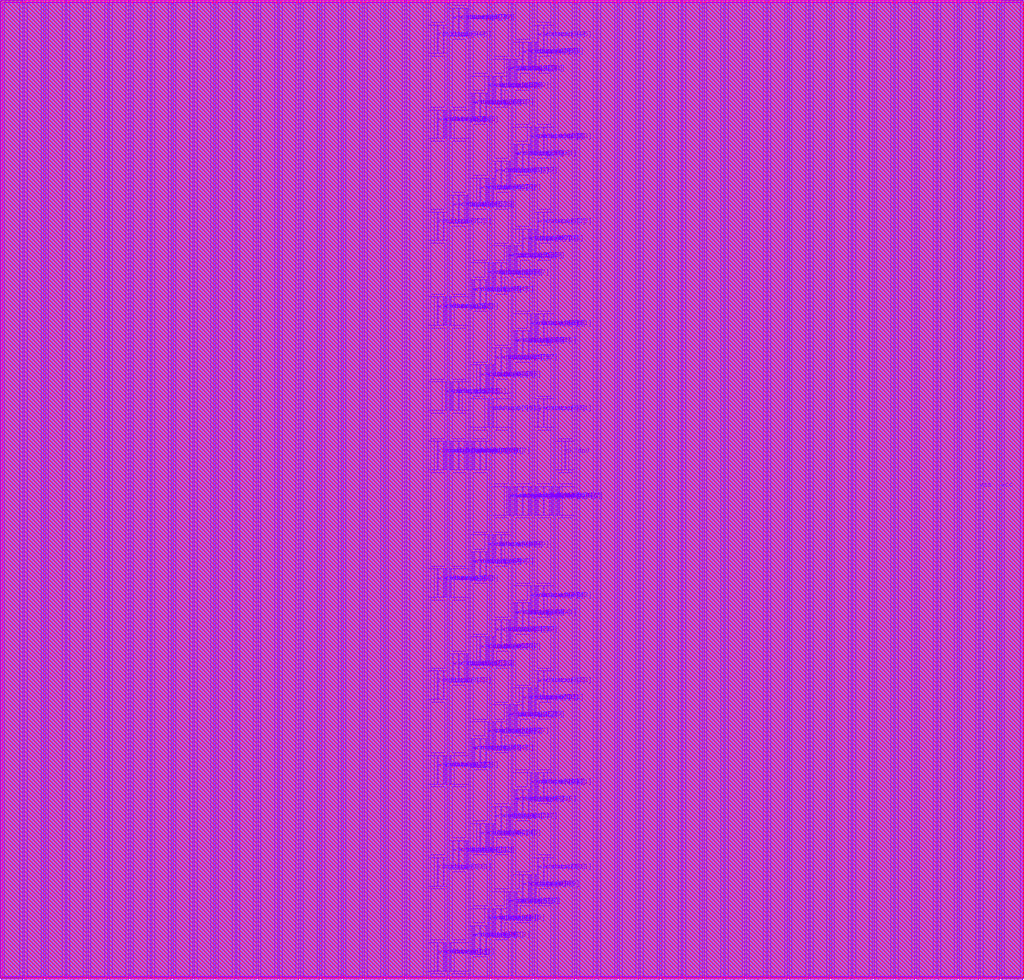
<source format=lef>
VERSION 5.8 ;
BUSBITCHARS "[]" ;
DIVIDERCHAR "/" ;

UNITS
  DATABASE MICRONS 4000 ;
END UNITS

PROPERTYDEFINITIONS
  MACRO hpml_layer STRING ;
  MACRO heml_layer STRING ;
END PROPERTYDEFINITIONS

MACRO arf096b256e1r1w0cbbeheaa4acw
  CLASS BLOCK ;
  FOREIGN arf096b256e1r1w0cbbeheaa4acw ;
  ORIGIN 0 0 ;
  SIZE 43.2 BY 41.28 ;
  PIN ckrdp0
    DIRECTION INPUT ;
    USE SIGNAL ;
    PORT
      LAYER m7 ;
        RECT 23.828 21.48 23.872 22.68 ;
    END
  END ckrdp0
  PIN ckwrp0
    DIRECTION INPUT ;
    USE SIGNAL ;
    PORT
      LAYER m7 ;
        RECT 21.384 19.56 21.428 20.76 ;
    END
  END ckwrp0
  PIN rdaddrp0[0]
    DIRECTION INPUT ;
    USE SIGNAL ;
    PORT
      LAYER m7 ;
        RECT 19.072 21.48 19.116 22.68 ;
    END
  END rdaddrp0[0]
  PIN rdaddrp0[1]
    DIRECTION INPUT ;
    USE SIGNAL ;
    PORT
      LAYER m7 ;
        RECT 19.328 21.48 19.372 22.68 ;
    END
  END rdaddrp0[1]
  PIN rdaddrp0[2]
    DIRECTION INPUT ;
    USE SIGNAL ;
    PORT
      LAYER m7 ;
        RECT 19.584 21.48 19.628 22.68 ;
    END
  END rdaddrp0[2]
  PIN rdaddrp0[3]
    DIRECTION INPUT ;
    USE SIGNAL ;
    PORT
      LAYER m7 ;
        RECT 19.672 21.48 19.716 22.68 ;
    END
  END rdaddrp0[3]
  PIN rdaddrp0[4]
    DIRECTION INPUT ;
    USE SIGNAL ;
    PORT
      LAYER m7 ;
        RECT 19.884 21.48 19.928 22.68 ;
    END
  END rdaddrp0[4]
  PIN rdaddrp0[5]
    DIRECTION INPUT ;
    USE SIGNAL ;
    PORT
      LAYER m7 ;
        RECT 19.972 21.48 20.016 22.68 ;
    END
  END rdaddrp0[5]
  PIN rdaddrp0[6]
    DIRECTION INPUT ;
    USE SIGNAL ;
    PORT
      LAYER m7 ;
        RECT 20.228 21.48 20.272 22.68 ;
    END
  END rdaddrp0[6]
  PIN rdaddrp0[7]
    DIRECTION INPUT ;
    USE SIGNAL ;
    PORT
      LAYER m7 ;
        RECT 20.484 21.48 20.528 22.68 ;
    END
  END rdaddrp0[7]
  PIN rdaddrp0_fd
    DIRECTION INPUT ;
    USE SIGNAL ;
    PORT
      LAYER m7 ;
        RECT 18.428 21.48 18.472 22.68 ;
    END
  END rdaddrp0_fd
  PIN rdaddrp0_rd
    DIRECTION INPUT ;
    USE SIGNAL ;
    PORT
      LAYER m7 ;
        RECT 18.684 21.48 18.728 22.68 ;
    END
  END rdaddrp0_rd
  PIN rdenp0
    DIRECTION INPUT ;
    USE SIGNAL ;
    PORT
      LAYER m7 ;
        RECT 18.772 21.48 18.816 22.68 ;
    END
  END rdenp0
  PIN sdl_initp0
    DIRECTION INPUT ;
    USE SIGNAL ;
    PORT
      LAYER m7 ;
        RECT 18.984 21.48 19.028 22.68 ;
    END
  END sdl_initp0
  PIN wraddrp0[0]
    DIRECTION INPUT ;
    USE SIGNAL ;
    PORT
      LAYER m7 ;
        RECT 22.372 19.56 22.416 20.76 ;
    END
  END wraddrp0[0]
  PIN wraddrp0[1]
    DIRECTION INPUT ;
    USE SIGNAL ;
    PORT
      LAYER m7 ;
        RECT 22.584 19.56 22.628 20.76 ;
    END
  END wraddrp0[1]
  PIN wraddrp0[2]
    DIRECTION INPUT ;
    USE SIGNAL ;
    PORT
      LAYER m7 ;
        RECT 22.672 19.56 22.716 20.76 ;
    END
  END wraddrp0[2]
  PIN wraddrp0[3]
    DIRECTION INPUT ;
    USE SIGNAL ;
    PORT
      LAYER m7 ;
        RECT 22.928 19.56 22.972 20.76 ;
    END
  END wraddrp0[3]
  PIN wraddrp0[4]
    DIRECTION INPUT ;
    USE SIGNAL ;
    PORT
      LAYER m7 ;
        RECT 23.184 19.56 23.228 20.76 ;
    END
  END wraddrp0[4]
  PIN wraddrp0[5]
    DIRECTION INPUT ;
    USE SIGNAL ;
    PORT
      LAYER m7 ;
        RECT 23.272 19.56 23.316 20.76 ;
    END
  END wraddrp0[5]
  PIN wraddrp0[6]
    DIRECTION INPUT ;
    USE SIGNAL ;
    PORT
      LAYER m7 ;
        RECT 23.484 19.56 23.528 20.76 ;
    END
  END wraddrp0[6]
  PIN wraddrp0[7]
    DIRECTION INPUT ;
    USE SIGNAL ;
    PORT
      LAYER m7 ;
        RECT 23.572 19.56 23.616 20.76 ;
    END
  END wraddrp0[7]
  PIN wraddrp0_fd
    DIRECTION INPUT ;
    USE SIGNAL ;
    PORT
      LAYER m7 ;
        RECT 21.472 19.56 21.516 20.76 ;
    END
  END wraddrp0_fd
  PIN wraddrp0_rd
    DIRECTION INPUT ;
    USE SIGNAL ;
    PORT
      LAYER m7 ;
        RECT 21.684 19.56 21.728 20.76 ;
    END
  END wraddrp0_rd
  PIN wrdatap0[0]
    DIRECTION INPUT ;
    USE SIGNAL ;
    PORT
      LAYER m7 ;
        RECT 18.428 0.24 18.472 1.44 ;
    END
  END wrdatap0[0]
  PIN wrdatap0[10]
    DIRECTION INPUT ;
    USE SIGNAL ;
    PORT
      LAYER m7 ;
        RECT 22.672 3.84 22.716 5.04 ;
    END
  END wrdatap0[10]
  PIN wrdatap0[11]
    DIRECTION INPUT ;
    USE SIGNAL ;
    PORT
      LAYER m7 ;
        RECT 22.928 3.84 22.972 5.04 ;
    END
  END wrdatap0[11]
  PIN wrdatap0[12]
    DIRECTION INPUT ;
    USE SIGNAL ;
    PORT
      LAYER m7 ;
        RECT 19.072 4.56 19.116 5.76 ;
    END
  END wrdatap0[12]
  PIN wrdatap0[13]
    DIRECTION INPUT ;
    USE SIGNAL ;
    PORT
      LAYER m7 ;
        RECT 19.328 4.56 19.372 5.76 ;
    END
  END wrdatap0[13]
  PIN wrdatap0[14]
    DIRECTION INPUT ;
    USE SIGNAL ;
    PORT
      LAYER m7 ;
        RECT 20.228 5.28 20.272 6.48 ;
    END
  END wrdatap0[14]
  PIN wrdatap0[15]
    DIRECTION INPUT ;
    USE SIGNAL ;
    PORT
      LAYER m7 ;
        RECT 20.484 5.28 20.528 6.48 ;
    END
  END wrdatap0[15]
  PIN wrdatap0[16]
    DIRECTION INPUT ;
    USE SIGNAL ;
    PORT
      LAYER m7 ;
        RECT 20.872 6 20.916 7.2 ;
    END
  END wrdatap0[16]
  PIN wrdatap0[17]
    DIRECTION INPUT ;
    USE SIGNAL ;
    PORT
      LAYER m7 ;
        RECT 21.128 6 21.172 7.2 ;
    END
  END wrdatap0[17]
  PIN wrdatap0[18]
    DIRECTION INPUT ;
    USE SIGNAL ;
    PORT
      LAYER m7 ;
        RECT 21.684 6.72 21.728 7.92 ;
    END
  END wrdatap0[18]
  PIN wrdatap0[19]
    DIRECTION INPUT ;
    USE SIGNAL ;
    PORT
      LAYER m7 ;
        RECT 21.772 6.72 21.816 7.92 ;
    END
  END wrdatap0[19]
  PIN wrdatap0[1]
    DIRECTION INPUT ;
    USE SIGNAL ;
    PORT
      LAYER m7 ;
        RECT 18.684 0.24 18.728 1.44 ;
    END
  END wrdatap0[1]
  PIN wrdatap0[20]
    DIRECTION INPUT ;
    USE SIGNAL ;
    PORT
      LAYER m7 ;
        RECT 22.372 7.44 22.416 8.64 ;
    END
  END wrdatap0[20]
  PIN wrdatap0[21]
    DIRECTION INPUT ;
    USE SIGNAL ;
    PORT
      LAYER m7 ;
        RECT 22.584 7.44 22.628 8.64 ;
    END
  END wrdatap0[21]
  PIN wrdatap0[22]
    DIRECTION INPUT ;
    USE SIGNAL ;
    PORT
      LAYER m7 ;
        RECT 18.428 8.16 18.472 9.36 ;
    END
  END wrdatap0[22]
  PIN wrdatap0[23]
    DIRECTION INPUT ;
    USE SIGNAL ;
    PORT
      LAYER m7 ;
        RECT 18.684 8.16 18.728 9.36 ;
    END
  END wrdatap0[23]
  PIN wrdatap0[24]
    DIRECTION INPUT ;
    USE SIGNAL ;
    PORT
      LAYER m7 ;
        RECT 19.884 8.88 19.928 10.08 ;
    END
  END wrdatap0[24]
  PIN wrdatap0[25]
    DIRECTION INPUT ;
    USE SIGNAL ;
    PORT
      LAYER m7 ;
        RECT 19.972 8.88 20.016 10.08 ;
    END
  END wrdatap0[25]
  PIN wrdatap0[26]
    DIRECTION INPUT ;
    USE SIGNAL ;
    PORT
      LAYER m7 ;
        RECT 20.572 9.6 20.616 10.8 ;
    END
  END wrdatap0[26]
  PIN wrdatap0[27]
    DIRECTION INPUT ;
    USE SIGNAL ;
    PORT
      LAYER m7 ;
        RECT 20.784 9.6 20.828 10.8 ;
    END
  END wrdatap0[27]
  PIN wrdatap0[28]
    DIRECTION INPUT ;
    USE SIGNAL ;
    PORT
      LAYER m7 ;
        RECT 21.384 10.32 21.428 11.52 ;
    END
  END wrdatap0[28]
  PIN wrdatap0[29]
    DIRECTION INPUT ;
    USE SIGNAL ;
    PORT
      LAYER m7 ;
        RECT 21.472 10.32 21.516 11.52 ;
    END
  END wrdatap0[29]
  PIN wrdatap0[2]
    DIRECTION INPUT ;
    USE SIGNAL ;
    PORT
      LAYER m7 ;
        RECT 19.884 0.96 19.928 2.16 ;
    END
  END wrdatap0[2]
  PIN wrdatap0[30]
    DIRECTION INPUT ;
    USE SIGNAL ;
    PORT
      LAYER m7 ;
        RECT 22.028 11.04 22.072 12.24 ;
    END
  END wrdatap0[30]
  PIN wrdatap0[31]
    DIRECTION INPUT ;
    USE SIGNAL ;
    PORT
      LAYER m7 ;
        RECT 22.284 11.04 22.328 12.24 ;
    END
  END wrdatap0[31]
  PIN wrdatap0[32]
    DIRECTION INPUT ;
    USE SIGNAL ;
    PORT
      LAYER m7 ;
        RECT 22.672 11.76 22.716 12.96 ;
    END
  END wrdatap0[32]
  PIN wrdatap0[33]
    DIRECTION INPUT ;
    USE SIGNAL ;
    PORT
      LAYER m7 ;
        RECT 22.928 11.76 22.972 12.96 ;
    END
  END wrdatap0[33]
  PIN wrdatap0[34]
    DIRECTION INPUT ;
    USE SIGNAL ;
    PORT
      LAYER m7 ;
        RECT 19.072 12.48 19.116 13.68 ;
    END
  END wrdatap0[34]
  PIN wrdatap0[35]
    DIRECTION INPUT ;
    USE SIGNAL ;
    PORT
      LAYER m7 ;
        RECT 19.328 12.48 19.372 13.68 ;
    END
  END wrdatap0[35]
  PIN wrdatap0[36]
    DIRECTION INPUT ;
    USE SIGNAL ;
    PORT
      LAYER m7 ;
        RECT 20.228 13.2 20.272 14.4 ;
    END
  END wrdatap0[36]
  PIN wrdatap0[37]
    DIRECTION INPUT ;
    USE SIGNAL ;
    PORT
      LAYER m7 ;
        RECT 20.484 13.2 20.528 14.4 ;
    END
  END wrdatap0[37]
  PIN wrdatap0[38]
    DIRECTION INPUT ;
    USE SIGNAL ;
    PORT
      LAYER m7 ;
        RECT 20.872 13.92 20.916 15.12 ;
    END
  END wrdatap0[38]
  PIN wrdatap0[39]
    DIRECTION INPUT ;
    USE SIGNAL ;
    PORT
      LAYER m7 ;
        RECT 21.128 13.92 21.172 15.12 ;
    END
  END wrdatap0[39]
  PIN wrdatap0[3]
    DIRECTION INPUT ;
    USE SIGNAL ;
    PORT
      LAYER m7 ;
        RECT 19.972 0.96 20.016 2.16 ;
    END
  END wrdatap0[3]
  PIN wrdatap0[40]
    DIRECTION INPUT ;
    USE SIGNAL ;
    PORT
      LAYER m7 ;
        RECT 21.684 14.64 21.728 15.84 ;
    END
  END wrdatap0[40]
  PIN wrdatap0[41]
    DIRECTION INPUT ;
    USE SIGNAL ;
    PORT
      LAYER m7 ;
        RECT 21.772 14.64 21.816 15.84 ;
    END
  END wrdatap0[41]
  PIN wrdatap0[42]
    DIRECTION INPUT ;
    USE SIGNAL ;
    PORT
      LAYER m7 ;
        RECT 22.372 15.36 22.416 16.56 ;
    END
  END wrdatap0[42]
  PIN wrdatap0[43]
    DIRECTION INPUT ;
    USE SIGNAL ;
    PORT
      LAYER m7 ;
        RECT 22.584 15.36 22.628 16.56 ;
    END
  END wrdatap0[43]
  PIN wrdatap0[44]
    DIRECTION INPUT ;
    USE SIGNAL ;
    PORT
      LAYER m7 ;
        RECT 18.428 16.08 18.472 17.28 ;
    END
  END wrdatap0[44]
  PIN wrdatap0[45]
    DIRECTION INPUT ;
    USE SIGNAL ;
    PORT
      LAYER m7 ;
        RECT 18.684 16.08 18.728 17.28 ;
    END
  END wrdatap0[45]
  PIN wrdatap0[46]
    DIRECTION INPUT ;
    USE SIGNAL ;
    PORT
      LAYER m7 ;
        RECT 19.884 16.8 19.928 18 ;
    END
  END wrdatap0[46]
  PIN wrdatap0[47]
    DIRECTION INPUT ;
    USE SIGNAL ;
    PORT
      LAYER m7 ;
        RECT 19.972 16.8 20.016 18 ;
    END
  END wrdatap0[47]
  PIN wrdatap0[48]
    DIRECTION INPUT ;
    USE SIGNAL ;
    PORT
      LAYER m7 ;
        RECT 20.572 17.52 20.616 18.72 ;
    END
  END wrdatap0[48]
  PIN wrdatap0[49]
    DIRECTION INPUT ;
    USE SIGNAL ;
    PORT
      LAYER m7 ;
        RECT 20.784 17.52 20.828 18.72 ;
    END
  END wrdatap0[49]
  PIN wrdatap0[4]
    DIRECTION INPUT ;
    USE SIGNAL ;
    PORT
      LAYER m7 ;
        RECT 20.572 1.68 20.616 2.88 ;
    END
  END wrdatap0[4]
  PIN wrdatap0[50]
    DIRECTION INPUT ;
    USE SIGNAL ;
    PORT
      LAYER m7 ;
        RECT 22.672 23.28 22.716 24.48 ;
    END
  END wrdatap0[50]
  PIN wrdatap0[51]
    DIRECTION INPUT ;
    USE SIGNAL ;
    PORT
      LAYER m7 ;
        RECT 22.928 23.28 22.972 24.48 ;
    END
  END wrdatap0[51]
  PIN wrdatap0[52]
    DIRECTION INPUT ;
    USE SIGNAL ;
    PORT
      LAYER m7 ;
        RECT 18.772 24 18.816 25.2 ;
    END
  END wrdatap0[52]
  PIN wrdatap0[53]
    DIRECTION INPUT ;
    USE SIGNAL ;
    PORT
      LAYER m7 ;
        RECT 18.984 24 19.028 25.2 ;
    END
  END wrdatap0[53]
  PIN wrdatap0[54]
    DIRECTION INPUT ;
    USE SIGNAL ;
    PORT
      LAYER m7 ;
        RECT 20.228 24.72 20.272 25.92 ;
    END
  END wrdatap0[54]
  PIN wrdatap0[55]
    DIRECTION INPUT ;
    USE SIGNAL ;
    PORT
      LAYER m7 ;
        RECT 20.484 24.72 20.528 25.92 ;
    END
  END wrdatap0[55]
  PIN wrdatap0[56]
    DIRECTION INPUT ;
    USE SIGNAL ;
    PORT
      LAYER m7 ;
        RECT 20.872 25.44 20.916 26.64 ;
    END
  END wrdatap0[56]
  PIN wrdatap0[57]
    DIRECTION INPUT ;
    USE SIGNAL ;
    PORT
      LAYER m7 ;
        RECT 21.128 25.44 21.172 26.64 ;
    END
  END wrdatap0[57]
  PIN wrdatap0[58]
    DIRECTION INPUT ;
    USE SIGNAL ;
    PORT
      LAYER m7 ;
        RECT 21.684 26.16 21.728 27.36 ;
    END
  END wrdatap0[58]
  PIN wrdatap0[59]
    DIRECTION INPUT ;
    USE SIGNAL ;
    PORT
      LAYER m7 ;
        RECT 21.772 26.16 21.816 27.36 ;
    END
  END wrdatap0[59]
  PIN wrdatap0[5]
    DIRECTION INPUT ;
    USE SIGNAL ;
    PORT
      LAYER m7 ;
        RECT 20.784 1.68 20.828 2.88 ;
    END
  END wrdatap0[5]
  PIN wrdatap0[60]
    DIRECTION INPUT ;
    USE SIGNAL ;
    PORT
      LAYER m7 ;
        RECT 22.372 26.88 22.416 28.08 ;
    END
  END wrdatap0[60]
  PIN wrdatap0[61]
    DIRECTION INPUT ;
    USE SIGNAL ;
    PORT
      LAYER m7 ;
        RECT 22.584 26.88 22.628 28.08 ;
    END
  END wrdatap0[61]
  PIN wrdatap0[62]
    DIRECTION INPUT ;
    USE SIGNAL ;
    PORT
      LAYER m7 ;
        RECT 18.428 27.6 18.472 28.8 ;
    END
  END wrdatap0[62]
  PIN wrdatap0[63]
    DIRECTION INPUT ;
    USE SIGNAL ;
    PORT
      LAYER m7 ;
        RECT 18.684 27.6 18.728 28.8 ;
    END
  END wrdatap0[63]
  PIN wrdatap0[64]
    DIRECTION INPUT ;
    USE SIGNAL ;
    PORT
      LAYER m7 ;
        RECT 19.884 28.32 19.928 29.52 ;
    END
  END wrdatap0[64]
  PIN wrdatap0[65]
    DIRECTION INPUT ;
    USE SIGNAL ;
    PORT
      LAYER m7 ;
        RECT 19.972 28.32 20.016 29.52 ;
    END
  END wrdatap0[65]
  PIN wrdatap0[66]
    DIRECTION INPUT ;
    USE SIGNAL ;
    PORT
      LAYER m7 ;
        RECT 20.572 29.04 20.616 30.24 ;
    END
  END wrdatap0[66]
  PIN wrdatap0[67]
    DIRECTION INPUT ;
    USE SIGNAL ;
    PORT
      LAYER m7 ;
        RECT 20.784 29.04 20.828 30.24 ;
    END
  END wrdatap0[67]
  PIN wrdatap0[68]
    DIRECTION INPUT ;
    USE SIGNAL ;
    PORT
      LAYER m7 ;
        RECT 21.384 29.76 21.428 30.96 ;
    END
  END wrdatap0[68]
  PIN wrdatap0[69]
    DIRECTION INPUT ;
    USE SIGNAL ;
    PORT
      LAYER m7 ;
        RECT 21.472 29.76 21.516 30.96 ;
    END
  END wrdatap0[69]
  PIN wrdatap0[6]
    DIRECTION INPUT ;
    USE SIGNAL ;
    PORT
      LAYER m7 ;
        RECT 21.384 2.4 21.428 3.6 ;
    END
  END wrdatap0[6]
  PIN wrdatap0[70]
    DIRECTION INPUT ;
    USE SIGNAL ;
    PORT
      LAYER m7 ;
        RECT 22.028 30.48 22.072 31.68 ;
    END
  END wrdatap0[70]
  PIN wrdatap0[71]
    DIRECTION INPUT ;
    USE SIGNAL ;
    PORT
      LAYER m7 ;
        RECT 22.284 30.48 22.328 31.68 ;
    END
  END wrdatap0[71]
  PIN wrdatap0[72]
    DIRECTION INPUT ;
    USE SIGNAL ;
    PORT
      LAYER m7 ;
        RECT 22.672 31.2 22.716 32.4 ;
    END
  END wrdatap0[72]
  PIN wrdatap0[73]
    DIRECTION INPUT ;
    USE SIGNAL ;
    PORT
      LAYER m7 ;
        RECT 22.928 31.2 22.972 32.4 ;
    END
  END wrdatap0[73]
  PIN wrdatap0[74]
    DIRECTION INPUT ;
    USE SIGNAL ;
    PORT
      LAYER m7 ;
        RECT 19.072 31.92 19.116 33.12 ;
    END
  END wrdatap0[74]
  PIN wrdatap0[75]
    DIRECTION INPUT ;
    USE SIGNAL ;
    PORT
      LAYER m7 ;
        RECT 19.328 31.92 19.372 33.12 ;
    END
  END wrdatap0[75]
  PIN wrdatap0[76]
    DIRECTION INPUT ;
    USE SIGNAL ;
    PORT
      LAYER m7 ;
        RECT 20.228 32.64 20.272 33.84 ;
    END
  END wrdatap0[76]
  PIN wrdatap0[77]
    DIRECTION INPUT ;
    USE SIGNAL ;
    PORT
      LAYER m7 ;
        RECT 20.484 32.64 20.528 33.84 ;
    END
  END wrdatap0[77]
  PIN wrdatap0[78]
    DIRECTION INPUT ;
    USE SIGNAL ;
    PORT
      LAYER m7 ;
        RECT 20.872 33.36 20.916 34.56 ;
    END
  END wrdatap0[78]
  PIN wrdatap0[79]
    DIRECTION INPUT ;
    USE SIGNAL ;
    PORT
      LAYER m7 ;
        RECT 21.128 33.36 21.172 34.56 ;
    END
  END wrdatap0[79]
  PIN wrdatap0[7]
    DIRECTION INPUT ;
    USE SIGNAL ;
    PORT
      LAYER m7 ;
        RECT 21.472 2.4 21.516 3.6 ;
    END
  END wrdatap0[7]
  PIN wrdatap0[80]
    DIRECTION INPUT ;
    USE SIGNAL ;
    PORT
      LAYER m7 ;
        RECT 21.684 34.08 21.728 35.28 ;
    END
  END wrdatap0[80]
  PIN wrdatap0[81]
    DIRECTION INPUT ;
    USE SIGNAL ;
    PORT
      LAYER m7 ;
        RECT 21.772 34.08 21.816 35.28 ;
    END
  END wrdatap0[81]
  PIN wrdatap0[82]
    DIRECTION INPUT ;
    USE SIGNAL ;
    PORT
      LAYER m7 ;
        RECT 22.372 34.8 22.416 36 ;
    END
  END wrdatap0[82]
  PIN wrdatap0[83]
    DIRECTION INPUT ;
    USE SIGNAL ;
    PORT
      LAYER m7 ;
        RECT 22.584 34.8 22.628 36 ;
    END
  END wrdatap0[83]
  PIN wrdatap0[84]
    DIRECTION INPUT ;
    USE SIGNAL ;
    PORT
      LAYER m7 ;
        RECT 18.428 35.52 18.472 36.72 ;
    END
  END wrdatap0[84]
  PIN wrdatap0[85]
    DIRECTION INPUT ;
    USE SIGNAL ;
    PORT
      LAYER m7 ;
        RECT 18.684 35.52 18.728 36.72 ;
    END
  END wrdatap0[85]
  PIN wrdatap0[86]
    DIRECTION INPUT ;
    USE SIGNAL ;
    PORT
      LAYER m7 ;
        RECT 19.884 36.24 19.928 37.44 ;
    END
  END wrdatap0[86]
  PIN wrdatap0[87]
    DIRECTION INPUT ;
    USE SIGNAL ;
    PORT
      LAYER m7 ;
        RECT 19.972 36.24 20.016 37.44 ;
    END
  END wrdatap0[87]
  PIN wrdatap0[88]
    DIRECTION INPUT ;
    USE SIGNAL ;
    PORT
      LAYER m7 ;
        RECT 20.572 36.96 20.616 38.16 ;
    END
  END wrdatap0[88]
  PIN wrdatap0[89]
    DIRECTION INPUT ;
    USE SIGNAL ;
    PORT
      LAYER m7 ;
        RECT 20.784 36.96 20.828 38.16 ;
    END
  END wrdatap0[89]
  PIN wrdatap0[8]
    DIRECTION INPUT ;
    USE SIGNAL ;
    PORT
      LAYER m7 ;
        RECT 22.028 3.12 22.072 4.32 ;
    END
  END wrdatap0[8]
  PIN wrdatap0[90]
    DIRECTION INPUT ;
    USE SIGNAL ;
    PORT
      LAYER m7 ;
        RECT 21.384 37.68 21.428 38.88 ;
    END
  END wrdatap0[90]
  PIN wrdatap0[91]
    DIRECTION INPUT ;
    USE SIGNAL ;
    PORT
      LAYER m7 ;
        RECT 21.472 37.68 21.516 38.88 ;
    END
  END wrdatap0[91]
  PIN wrdatap0[92]
    DIRECTION INPUT ;
    USE SIGNAL ;
    PORT
      LAYER m7 ;
        RECT 22.028 38.4 22.072 39.6 ;
    END
  END wrdatap0[92]
  PIN wrdatap0[93]
    DIRECTION INPUT ;
    USE SIGNAL ;
    PORT
      LAYER m7 ;
        RECT 22.284 38.4 22.328 39.6 ;
    END
  END wrdatap0[93]
  PIN wrdatap0[94]
    DIRECTION INPUT ;
    USE SIGNAL ;
    PORT
      LAYER m7 ;
        RECT 22.672 39.12 22.716 40.32 ;
    END
  END wrdatap0[94]
  PIN wrdatap0[95]
    DIRECTION INPUT ;
    USE SIGNAL ;
    PORT
      LAYER m7 ;
        RECT 22.928 39.12 22.972 40.32 ;
    END
  END wrdatap0[95]
  PIN wrdatap0[96]
    DIRECTION INPUT ;
    USE SIGNAL ;
    PORT
      LAYER m7 ;
        RECT 19.072 39.84 19.116 41.04 ;
    END
  END wrdatap0[96]
  PIN wrdatap0[97]
    DIRECTION INPUT ;
    USE SIGNAL ;
    PORT
      LAYER m7 ;
        RECT 19.328 39.84 19.372 41.04 ;
    END
  END wrdatap0[97]
  PIN wrdatap0[9]
    DIRECTION INPUT ;
    USE SIGNAL ;
    PORT
      LAYER m7 ;
        RECT 22.284 3.12 22.328 4.32 ;
    END
  END wrdatap0[9]
  PIN wrdatap0_fd
    DIRECTION INPUT ;
    USE SIGNAL ;
    PORT
      LAYER m7 ;
        RECT 22.028 19.56 22.072 20.76 ;
    END
  END wrdatap0_fd
  PIN wrdatap0_rd
    DIRECTION INPUT ;
    USE SIGNAL ;
    PORT
      LAYER m7 ;
        RECT 22.284 19.56 22.328 20.76 ;
    END
  END wrdatap0_rd
  PIN wrenp0
    DIRECTION INPUT ;
    USE SIGNAL ;
    PORT
      LAYER m7 ;
        RECT 21.772 19.56 21.816 20.76 ;
    END
  END wrenp0
  PIN rddatap0[0]
    DIRECTION OUTPUT ;
    USE SIGNAL ;
    PORT
      LAYER m7 ;
        RECT 18.772 0.24 18.816 1.44 ;
    END
  END rddatap0[0]
  PIN rddatap0[10]
    DIRECTION OUTPUT ;
    USE SIGNAL ;
    PORT
      LAYER m7 ;
        RECT 18.428 3.84 18.472 5.04 ;
    END
  END rddatap0[10]
  PIN rddatap0[11]
    DIRECTION OUTPUT ;
    USE SIGNAL ;
    PORT
      LAYER m7 ;
        RECT 18.684 3.84 18.728 5.04 ;
    END
  END rddatap0[11]
  PIN rddatap0[12]
    DIRECTION OUTPUT ;
    USE SIGNAL ;
    PORT
      LAYER m7 ;
        RECT 19.584 4.56 19.628 5.76 ;
    END
  END rddatap0[12]
  PIN rddatap0[13]
    DIRECTION OUTPUT ;
    USE SIGNAL ;
    PORT
      LAYER m7 ;
        RECT 19.672 4.56 19.716 5.76 ;
    END
  END rddatap0[13]
  PIN rddatap0[14]
    DIRECTION OUTPUT ;
    USE SIGNAL ;
    PORT
      LAYER m7 ;
        RECT 20.572 5.28 20.616 6.48 ;
    END
  END rddatap0[14]
  PIN rddatap0[15]
    DIRECTION OUTPUT ;
    USE SIGNAL ;
    PORT
      LAYER m7 ;
        RECT 20.784 5.28 20.828 6.48 ;
    END
  END rddatap0[15]
  PIN rddatap0[16]
    DIRECTION OUTPUT ;
    USE SIGNAL ;
    PORT
      LAYER m7 ;
        RECT 21.384 6 21.428 7.2 ;
    END
  END rddatap0[16]
  PIN rddatap0[17]
    DIRECTION OUTPUT ;
    USE SIGNAL ;
    PORT
      LAYER m7 ;
        RECT 21.472 6 21.516 7.2 ;
    END
  END rddatap0[17]
  PIN rddatap0[18]
    DIRECTION OUTPUT ;
    USE SIGNAL ;
    PORT
      LAYER m7 ;
        RECT 22.028 6.72 22.072 7.92 ;
    END
  END rddatap0[18]
  PIN rddatap0[19]
    DIRECTION OUTPUT ;
    USE SIGNAL ;
    PORT
      LAYER m7 ;
        RECT 22.284 6.72 22.328 7.92 ;
    END
  END rddatap0[19]
  PIN rddatap0[1]
    DIRECTION OUTPUT ;
    USE SIGNAL ;
    PORT
      LAYER m7 ;
        RECT 18.984 0.24 19.028 1.44 ;
    END
  END rddatap0[1]
  PIN rddatap0[20]
    DIRECTION OUTPUT ;
    USE SIGNAL ;
    PORT
      LAYER m7 ;
        RECT 22.672 7.44 22.716 8.64 ;
    END
  END rddatap0[20]
  PIN rddatap0[21]
    DIRECTION OUTPUT ;
    USE SIGNAL ;
    PORT
      LAYER m7 ;
        RECT 22.928 7.44 22.972 8.64 ;
    END
  END rddatap0[21]
  PIN rddatap0[22]
    DIRECTION OUTPUT ;
    USE SIGNAL ;
    PORT
      LAYER m7 ;
        RECT 18.772 8.16 18.816 9.36 ;
    END
  END rddatap0[22]
  PIN rddatap0[23]
    DIRECTION OUTPUT ;
    USE SIGNAL ;
    PORT
      LAYER m7 ;
        RECT 18.984 8.16 19.028 9.36 ;
    END
  END rddatap0[23]
  PIN rddatap0[24]
    DIRECTION OUTPUT ;
    USE SIGNAL ;
    PORT
      LAYER m7 ;
        RECT 20.228 8.88 20.272 10.08 ;
    END
  END rddatap0[24]
  PIN rddatap0[25]
    DIRECTION OUTPUT ;
    USE SIGNAL ;
    PORT
      LAYER m7 ;
        RECT 20.484 8.88 20.528 10.08 ;
    END
  END rddatap0[25]
  PIN rddatap0[26]
    DIRECTION OUTPUT ;
    USE SIGNAL ;
    PORT
      LAYER m7 ;
        RECT 20.872 9.6 20.916 10.8 ;
    END
  END rddatap0[26]
  PIN rddatap0[27]
    DIRECTION OUTPUT ;
    USE SIGNAL ;
    PORT
      LAYER m7 ;
        RECT 21.128 9.6 21.172 10.8 ;
    END
  END rddatap0[27]
  PIN rddatap0[28]
    DIRECTION OUTPUT ;
    USE SIGNAL ;
    PORT
      LAYER m7 ;
        RECT 21.684 10.32 21.728 11.52 ;
    END
  END rddatap0[28]
  PIN rddatap0[29]
    DIRECTION OUTPUT ;
    USE SIGNAL ;
    PORT
      LAYER m7 ;
        RECT 21.772 10.32 21.816 11.52 ;
    END
  END rddatap0[29]
  PIN rddatap0[2]
    DIRECTION OUTPUT ;
    USE SIGNAL ;
    PORT
      LAYER m7 ;
        RECT 20.228 0.96 20.272 2.16 ;
    END
  END rddatap0[2]
  PIN rddatap0[30]
    DIRECTION OUTPUT ;
    USE SIGNAL ;
    PORT
      LAYER m7 ;
        RECT 22.372 11.04 22.416 12.24 ;
    END
  END rddatap0[30]
  PIN rddatap0[31]
    DIRECTION OUTPUT ;
    USE SIGNAL ;
    PORT
      LAYER m7 ;
        RECT 22.584 11.04 22.628 12.24 ;
    END
  END rddatap0[31]
  PIN rddatap0[32]
    DIRECTION OUTPUT ;
    USE SIGNAL ;
    PORT
      LAYER m7 ;
        RECT 18.428 11.76 18.472 12.96 ;
    END
  END rddatap0[32]
  PIN rddatap0[33]
    DIRECTION OUTPUT ;
    USE SIGNAL ;
    PORT
      LAYER m7 ;
        RECT 18.684 11.76 18.728 12.96 ;
    END
  END rddatap0[33]
  PIN rddatap0[34]
    DIRECTION OUTPUT ;
    USE SIGNAL ;
    PORT
      LAYER m7 ;
        RECT 19.584 12.48 19.628 13.68 ;
    END
  END rddatap0[34]
  PIN rddatap0[35]
    DIRECTION OUTPUT ;
    USE SIGNAL ;
    PORT
      LAYER m7 ;
        RECT 19.672 12.48 19.716 13.68 ;
    END
  END rddatap0[35]
  PIN rddatap0[36]
    DIRECTION OUTPUT ;
    USE SIGNAL ;
    PORT
      LAYER m7 ;
        RECT 20.572 13.2 20.616 14.4 ;
    END
  END rddatap0[36]
  PIN rddatap0[37]
    DIRECTION OUTPUT ;
    USE SIGNAL ;
    PORT
      LAYER m7 ;
        RECT 20.784 13.2 20.828 14.4 ;
    END
  END rddatap0[37]
  PIN rddatap0[38]
    DIRECTION OUTPUT ;
    USE SIGNAL ;
    PORT
      LAYER m7 ;
        RECT 21.384 13.92 21.428 15.12 ;
    END
  END rddatap0[38]
  PIN rddatap0[39]
    DIRECTION OUTPUT ;
    USE SIGNAL ;
    PORT
      LAYER m7 ;
        RECT 21.472 13.92 21.516 15.12 ;
    END
  END rddatap0[39]
  PIN rddatap0[3]
    DIRECTION OUTPUT ;
    USE SIGNAL ;
    PORT
      LAYER m7 ;
        RECT 20.484 0.96 20.528 2.16 ;
    END
  END rddatap0[3]
  PIN rddatap0[40]
    DIRECTION OUTPUT ;
    USE SIGNAL ;
    PORT
      LAYER m7 ;
        RECT 22.028 14.64 22.072 15.84 ;
    END
  END rddatap0[40]
  PIN rddatap0[41]
    DIRECTION OUTPUT ;
    USE SIGNAL ;
    PORT
      LAYER m7 ;
        RECT 22.284 14.64 22.328 15.84 ;
    END
  END rddatap0[41]
  PIN rddatap0[42]
    DIRECTION OUTPUT ;
    USE SIGNAL ;
    PORT
      LAYER m7 ;
        RECT 22.672 15.36 22.716 16.56 ;
    END
  END rddatap0[42]
  PIN rddatap0[43]
    DIRECTION OUTPUT ;
    USE SIGNAL ;
    PORT
      LAYER m7 ;
        RECT 22.928 15.36 22.972 16.56 ;
    END
  END rddatap0[43]
  PIN rddatap0[44]
    DIRECTION OUTPUT ;
    USE SIGNAL ;
    PORT
      LAYER m7 ;
        RECT 18.772 16.08 18.816 17.28 ;
    END
  END rddatap0[44]
  PIN rddatap0[45]
    DIRECTION OUTPUT ;
    USE SIGNAL ;
    PORT
      LAYER m7 ;
        RECT 18.984 16.08 19.028 17.28 ;
    END
  END rddatap0[45]
  PIN rddatap0[46]
    DIRECTION OUTPUT ;
    USE SIGNAL ;
    PORT
      LAYER m7 ;
        RECT 20.228 16.8 20.272 18 ;
    END
  END rddatap0[46]
  PIN rddatap0[47]
    DIRECTION OUTPUT ;
    USE SIGNAL ;
    PORT
      LAYER m7 ;
        RECT 20.484 16.8 20.528 18 ;
    END
  END rddatap0[47]
  PIN rddatap0[48]
    DIRECTION OUTPUT ;
    USE SIGNAL ;
    PORT
      LAYER m7 ;
        RECT 20.872 17.52 20.916 18.72 ;
    END
  END rddatap0[48]
  PIN rddatap0[49]
    DIRECTION OUTPUT ;
    USE SIGNAL ;
    PORT
      LAYER m7 ;
        RECT 21.128 17.52 21.172 18.72 ;
    END
  END rddatap0[49]
  PIN rddatap0[4]
    DIRECTION OUTPUT ;
    USE SIGNAL ;
    PORT
      LAYER m7 ;
        RECT 20.872 1.68 20.916 2.88 ;
    END
  END rddatap0[4]
  PIN rddatap0[50]
    DIRECTION OUTPUT ;
    USE SIGNAL ;
    PORT
      LAYER m7 ;
        RECT 20.572 23.28 20.616 24.48 ;
    END
  END rddatap0[50]
  PIN rddatap0[51]
    DIRECTION OUTPUT ;
    USE SIGNAL ;
    PORT
      LAYER m7 ;
        RECT 20.784 23.28 20.828 24.48 ;
    END
  END rddatap0[51]
  PIN rddatap0[52]
    DIRECTION OUTPUT ;
    USE SIGNAL ;
    PORT
      LAYER m7 ;
        RECT 19.072 24 19.116 25.2 ;
    END
  END rddatap0[52]
  PIN rddatap0[53]
    DIRECTION OUTPUT ;
    USE SIGNAL ;
    PORT
      LAYER m7 ;
        RECT 19.328 24 19.372 25.2 ;
    END
  END rddatap0[53]
  PIN rddatap0[54]
    DIRECTION OUTPUT ;
    USE SIGNAL ;
    PORT
      LAYER m7 ;
        RECT 20.572 24.72 20.616 25.92 ;
    END
  END rddatap0[54]
  PIN rddatap0[55]
    DIRECTION OUTPUT ;
    USE SIGNAL ;
    PORT
      LAYER m7 ;
        RECT 20.784 24.72 20.828 25.92 ;
    END
  END rddatap0[55]
  PIN rddatap0[56]
    DIRECTION OUTPUT ;
    USE SIGNAL ;
    PORT
      LAYER m7 ;
        RECT 21.384 25.44 21.428 26.64 ;
    END
  END rddatap0[56]
  PIN rddatap0[57]
    DIRECTION OUTPUT ;
    USE SIGNAL ;
    PORT
      LAYER m7 ;
        RECT 21.472 25.44 21.516 26.64 ;
    END
  END rddatap0[57]
  PIN rddatap0[58]
    DIRECTION OUTPUT ;
    USE SIGNAL ;
    PORT
      LAYER m7 ;
        RECT 22.028 26.16 22.072 27.36 ;
    END
  END rddatap0[58]
  PIN rddatap0[59]
    DIRECTION OUTPUT ;
    USE SIGNAL ;
    PORT
      LAYER m7 ;
        RECT 22.284 26.16 22.328 27.36 ;
    END
  END rddatap0[59]
  PIN rddatap0[5]
    DIRECTION OUTPUT ;
    USE SIGNAL ;
    PORT
      LAYER m7 ;
        RECT 21.128 1.68 21.172 2.88 ;
    END
  END rddatap0[5]
  PIN rddatap0[60]
    DIRECTION OUTPUT ;
    USE SIGNAL ;
    PORT
      LAYER m7 ;
        RECT 22.672 26.88 22.716 28.08 ;
    END
  END rddatap0[60]
  PIN rddatap0[61]
    DIRECTION OUTPUT ;
    USE SIGNAL ;
    PORT
      LAYER m7 ;
        RECT 22.928 26.88 22.972 28.08 ;
    END
  END rddatap0[61]
  PIN rddatap0[62]
    DIRECTION OUTPUT ;
    USE SIGNAL ;
    PORT
      LAYER m7 ;
        RECT 18.772 27.6 18.816 28.8 ;
    END
  END rddatap0[62]
  PIN rddatap0[63]
    DIRECTION OUTPUT ;
    USE SIGNAL ;
    PORT
      LAYER m7 ;
        RECT 18.984 27.6 19.028 28.8 ;
    END
  END rddatap0[63]
  PIN rddatap0[64]
    DIRECTION OUTPUT ;
    USE SIGNAL ;
    PORT
      LAYER m7 ;
        RECT 20.228 28.32 20.272 29.52 ;
    END
  END rddatap0[64]
  PIN rddatap0[65]
    DIRECTION OUTPUT ;
    USE SIGNAL ;
    PORT
      LAYER m7 ;
        RECT 20.484 28.32 20.528 29.52 ;
    END
  END rddatap0[65]
  PIN rddatap0[66]
    DIRECTION OUTPUT ;
    USE SIGNAL ;
    PORT
      LAYER m7 ;
        RECT 20.872 29.04 20.916 30.24 ;
    END
  END rddatap0[66]
  PIN rddatap0[67]
    DIRECTION OUTPUT ;
    USE SIGNAL ;
    PORT
      LAYER m7 ;
        RECT 21.128 29.04 21.172 30.24 ;
    END
  END rddatap0[67]
  PIN rddatap0[68]
    DIRECTION OUTPUT ;
    USE SIGNAL ;
    PORT
      LAYER m7 ;
        RECT 21.684 29.76 21.728 30.96 ;
    END
  END rddatap0[68]
  PIN rddatap0[69]
    DIRECTION OUTPUT ;
    USE SIGNAL ;
    PORT
      LAYER m7 ;
        RECT 21.772 29.76 21.816 30.96 ;
    END
  END rddatap0[69]
  PIN rddatap0[6]
    DIRECTION OUTPUT ;
    USE SIGNAL ;
    PORT
      LAYER m7 ;
        RECT 21.684 2.4 21.728 3.6 ;
    END
  END rddatap0[6]
  PIN rddatap0[70]
    DIRECTION OUTPUT ;
    USE SIGNAL ;
    PORT
      LAYER m7 ;
        RECT 22.372 30.48 22.416 31.68 ;
    END
  END rddatap0[70]
  PIN rddatap0[71]
    DIRECTION OUTPUT ;
    USE SIGNAL ;
    PORT
      LAYER m7 ;
        RECT 22.584 30.48 22.628 31.68 ;
    END
  END rddatap0[71]
  PIN rddatap0[72]
    DIRECTION OUTPUT ;
    USE SIGNAL ;
    PORT
      LAYER m7 ;
        RECT 18.428 31.2 18.472 32.4 ;
    END
  END rddatap0[72]
  PIN rddatap0[73]
    DIRECTION OUTPUT ;
    USE SIGNAL ;
    PORT
      LAYER m7 ;
        RECT 18.684 31.2 18.728 32.4 ;
    END
  END rddatap0[73]
  PIN rddatap0[74]
    DIRECTION OUTPUT ;
    USE SIGNAL ;
    PORT
      LAYER m7 ;
        RECT 19.584 31.92 19.628 33.12 ;
    END
  END rddatap0[74]
  PIN rddatap0[75]
    DIRECTION OUTPUT ;
    USE SIGNAL ;
    PORT
      LAYER m7 ;
        RECT 19.672 31.92 19.716 33.12 ;
    END
  END rddatap0[75]
  PIN rddatap0[76]
    DIRECTION OUTPUT ;
    USE SIGNAL ;
    PORT
      LAYER m7 ;
        RECT 20.572 32.64 20.616 33.84 ;
    END
  END rddatap0[76]
  PIN rddatap0[77]
    DIRECTION OUTPUT ;
    USE SIGNAL ;
    PORT
      LAYER m7 ;
        RECT 20.784 32.64 20.828 33.84 ;
    END
  END rddatap0[77]
  PIN rddatap0[78]
    DIRECTION OUTPUT ;
    USE SIGNAL ;
    PORT
      LAYER m7 ;
        RECT 21.384 33.36 21.428 34.56 ;
    END
  END rddatap0[78]
  PIN rddatap0[79]
    DIRECTION OUTPUT ;
    USE SIGNAL ;
    PORT
      LAYER m7 ;
        RECT 21.472 33.36 21.516 34.56 ;
    END
  END rddatap0[79]
  PIN rddatap0[7]
    DIRECTION OUTPUT ;
    USE SIGNAL ;
    PORT
      LAYER m7 ;
        RECT 21.772 2.4 21.816 3.6 ;
    END
  END rddatap0[7]
  PIN rddatap0[80]
    DIRECTION OUTPUT ;
    USE SIGNAL ;
    PORT
      LAYER m7 ;
        RECT 22.028 34.08 22.072 35.28 ;
    END
  END rddatap0[80]
  PIN rddatap0[81]
    DIRECTION OUTPUT ;
    USE SIGNAL ;
    PORT
      LAYER m7 ;
        RECT 22.284 34.08 22.328 35.28 ;
    END
  END rddatap0[81]
  PIN rddatap0[82]
    DIRECTION OUTPUT ;
    USE SIGNAL ;
    PORT
      LAYER m7 ;
        RECT 22.672 34.8 22.716 36 ;
    END
  END rddatap0[82]
  PIN rddatap0[83]
    DIRECTION OUTPUT ;
    USE SIGNAL ;
    PORT
      LAYER m7 ;
        RECT 22.928 34.8 22.972 36 ;
    END
  END rddatap0[83]
  PIN rddatap0[84]
    DIRECTION OUTPUT ;
    USE SIGNAL ;
    PORT
      LAYER m7 ;
        RECT 18.772 35.52 18.816 36.72 ;
    END
  END rddatap0[84]
  PIN rddatap0[85]
    DIRECTION OUTPUT ;
    USE SIGNAL ;
    PORT
      LAYER m7 ;
        RECT 18.984 35.52 19.028 36.72 ;
    END
  END rddatap0[85]
  PIN rddatap0[86]
    DIRECTION OUTPUT ;
    USE SIGNAL ;
    PORT
      LAYER m7 ;
        RECT 20.228 36.24 20.272 37.44 ;
    END
  END rddatap0[86]
  PIN rddatap0[87]
    DIRECTION OUTPUT ;
    USE SIGNAL ;
    PORT
      LAYER m7 ;
        RECT 20.484 36.24 20.528 37.44 ;
    END
  END rddatap0[87]
  PIN rddatap0[88]
    DIRECTION OUTPUT ;
    USE SIGNAL ;
    PORT
      LAYER m7 ;
        RECT 20.872 36.96 20.916 38.16 ;
    END
  END rddatap0[88]
  PIN rddatap0[89]
    DIRECTION OUTPUT ;
    USE SIGNAL ;
    PORT
      LAYER m7 ;
        RECT 21.128 36.96 21.172 38.16 ;
    END
  END rddatap0[89]
  PIN rddatap0[8]
    DIRECTION OUTPUT ;
    USE SIGNAL ;
    PORT
      LAYER m7 ;
        RECT 22.372 3.12 22.416 4.32 ;
    END
  END rddatap0[8]
  PIN rddatap0[90]
    DIRECTION OUTPUT ;
    USE SIGNAL ;
    PORT
      LAYER m7 ;
        RECT 21.684 37.68 21.728 38.88 ;
    END
  END rddatap0[90]
  PIN rddatap0[91]
    DIRECTION OUTPUT ;
    USE SIGNAL ;
    PORT
      LAYER m7 ;
        RECT 21.772 37.68 21.816 38.88 ;
    END
  END rddatap0[91]
  PIN rddatap0[92]
    DIRECTION OUTPUT ;
    USE SIGNAL ;
    PORT
      LAYER m7 ;
        RECT 22.372 38.4 22.416 39.6 ;
    END
  END rddatap0[92]
  PIN rddatap0[93]
    DIRECTION OUTPUT ;
    USE SIGNAL ;
    PORT
      LAYER m7 ;
        RECT 22.584 38.4 22.628 39.6 ;
    END
  END rddatap0[93]
  PIN rddatap0[94]
    DIRECTION OUTPUT ;
    USE SIGNAL ;
    PORT
      LAYER m7 ;
        RECT 18.428 39.12 18.472 40.32 ;
    END
  END rddatap0[94]
  PIN rddatap0[95]
    DIRECTION OUTPUT ;
    USE SIGNAL ;
    PORT
      LAYER m7 ;
        RECT 18.684 39.12 18.728 40.32 ;
    END
  END rddatap0[95]
  PIN rddatap0[96]
    DIRECTION OUTPUT ;
    USE SIGNAL ;
    PORT
      LAYER m7 ;
        RECT 19.584 39.84 19.628 41.04 ;
    END
  END rddatap0[96]
  PIN rddatap0[97]
    DIRECTION OUTPUT ;
    USE SIGNAL ;
    PORT
      LAYER m7 ;
        RECT 19.672 39.84 19.716 41.04 ;
    END
  END rddatap0[97]
  PIN rddatap0[9]
    DIRECTION OUTPUT ;
    USE SIGNAL ;
    PORT
      LAYER m7 ;
        RECT 22.584 3.12 22.628 4.32 ;
    END
  END rddatap0[9]
  PIN vcc
    DIRECTION INPUT ;
    USE POWER ;
    PORT
      LAYER m7 ;
        RECT 0.862 0.06 0.938 41.22 ;
        RECT 2.662 0.06 2.738 41.22 ;
        RECT 4.462 0.06 4.538 41.22 ;
        RECT 6.262 0.06 6.338 41.22 ;
        RECT 8.062 0.06 8.138 41.22 ;
        RECT 9.862 0.06 9.938 41.22 ;
        RECT 11.662 0.06 11.738 41.22 ;
        RECT 13.462 0.06 13.538 41.22 ;
        RECT 15.262 0.06 15.338 41.22 ;
        RECT 17.062 0.06 17.138 41.22 ;
        RECT 18.862 0.06 18.938 41.22 ;
        RECT 20.662 0.06 20.738 41.22 ;
        RECT 22.462 0.06 22.538 41.22 ;
        RECT 24.262 0.06 24.338 41.22 ;
        RECT 26.062 0.06 26.138 41.22 ;
        RECT 27.862 0.06 27.938 41.22 ;
        RECT 29.662 0.06 29.738 41.22 ;
        RECT 31.462 0.06 31.538 41.22 ;
        RECT 33.262 0.06 33.338 41.22 ;
        RECT 35.062 0.06 35.138 41.22 ;
        RECT 36.862 0.06 36.938 41.22 ;
        RECT 38.662 0.06 38.738 41.22 ;
        RECT 40.462 0.06 40.538 41.22 ;
        RECT 42.262 0.06 42.338 41.22 ;
    END
  END vcc
  PIN vss
    DIRECTION INOUT ;
    USE GROUND ;
    PORT
      LAYER m7 ;
        RECT 1.762 0.06 1.838 41.22 ;
        RECT 3.562 0.06 3.638 41.22 ;
        RECT 5.362 0.06 5.438 41.22 ;
        RECT 7.162 0.06 7.238 41.22 ;
        RECT 8.962 0.06 9.038 41.22 ;
        RECT 10.762 0.06 10.838 41.22 ;
        RECT 12.562 0.06 12.638 41.22 ;
        RECT 14.362 0.06 14.438 41.22 ;
        RECT 16.162 0.06 16.238 41.22 ;
        RECT 17.962 0.06 18.038 41.22 ;
        RECT 19.762 0.06 19.838 41.22 ;
        RECT 21.562 0.06 21.638 41.22 ;
        RECT 23.362 0.06 23.438 41.22 ;
        RECT 25.162 0.06 25.238 41.22 ;
        RECT 26.962 0.06 27.038 41.22 ;
        RECT 28.762 0.06 28.838 41.22 ;
        RECT 30.562 0.06 30.638 41.22 ;
        RECT 32.362 0.06 32.438 41.22 ;
        RECT 34.162 0.06 34.238 41.22 ;
        RECT 35.962 0.06 36.038 41.22 ;
        RECT 37.762 0.06 37.838 41.22 ;
        RECT 39.562 0.06 39.638 41.22 ;
        RECT 41.362 0.06 41.438 41.22 ;
    END
  END vss
  OBS
    LAYER m0 SPACING 0 ;
      RECT -0.016 -0.014 43.216 41.294 ;
    LAYER m1 SPACING 0 ;
      RECT -0.02 -0.02 43.22 41.3 ;
    LAYER m2 SPACING 0 ;
      RECT -0.0705 -0.038 43.2705 41.318 ;
    LAYER m3 SPACING 0 ;
      RECT -0.035 -0.07 43.235 41.35 ;
    LAYER m4 SPACING 0 ;
      RECT -0.07 -0.038 43.27 41.318 ;
    LAYER m5 SPACING 0 ;
      RECT -0.059 -0.09 43.259 41.37 ;
    LAYER m6 SPACING 0 ;
      RECT -0.09 -0.062 43.29 41.342 ;
    LAYER m7 SPACING 0 ;
      RECT 42.338 41.34 43.24 41.4 ;
      RECT 42.338 -0.06 43.292 41.34 ;
      RECT 42.338 -0.12 43.24 -0.06 ;
      RECT 41.438 -0.12 42.262 41.4 ;
      RECT 40.538 -0.12 41.362 41.4 ;
      RECT 39.638 -0.12 40.462 41.4 ;
      RECT 38.738 -0.12 39.562 41.4 ;
      RECT 37.838 -0.12 38.662 41.4 ;
      RECT 36.938 -0.12 37.762 41.4 ;
      RECT 36.038 -0.12 36.862 41.4 ;
      RECT 35.138 -0.12 35.962 41.4 ;
      RECT 34.238 -0.12 35.062 41.4 ;
      RECT 33.338 -0.12 34.162 41.4 ;
      RECT 32.438 -0.12 33.262 41.4 ;
      RECT 31.538 -0.12 32.362 41.4 ;
      RECT 30.638 -0.12 31.462 41.4 ;
      RECT 29.738 -0.12 30.562 41.4 ;
      RECT 28.838 -0.12 29.662 41.4 ;
      RECT 27.938 -0.12 28.762 41.4 ;
      RECT 27.038 -0.12 27.862 41.4 ;
      RECT 26.138 -0.12 26.962 41.4 ;
      RECT 25.238 -0.12 26.062 41.4 ;
      RECT 24.338 -0.12 25.162 41.4 ;
      RECT 23.438 22.68 24.262 41.4 ;
      RECT 23.438 21.48 23.828 22.68 ;
      RECT 23.872 21.48 24.262 22.68 ;
      RECT 23.438 20.76 24.262 21.48 ;
      RECT 23.438 19.56 23.484 20.76 ;
      RECT 23.528 19.56 23.572 20.76 ;
      RECT 23.616 19.56 24.262 20.76 ;
      RECT 23.438 -0.12 24.262 19.56 ;
      RECT 22.538 40.32 23.362 41.4 ;
      RECT 22.538 39.6 22.672 40.32 ;
      RECT 22.716 39.12 22.928 40.32 ;
      RECT 22.972 39.12 23.362 40.32 ;
      RECT 22.628 39.12 22.672 39.6 ;
      RECT 22.538 38.4 22.584 39.6 ;
      RECT 22.628 38.4 23.362 39.12 ;
      RECT 22.538 36 23.362 38.4 ;
      RECT 22.538 34.8 22.584 36 ;
      RECT 22.628 34.8 22.672 36 ;
      RECT 22.716 34.8 22.928 36 ;
      RECT 22.972 34.8 23.362 36 ;
      RECT 22.538 32.4 23.362 34.8 ;
      RECT 22.538 31.68 22.672 32.4 ;
      RECT 22.716 31.2 22.928 32.4 ;
      RECT 22.972 31.2 23.362 32.4 ;
      RECT 22.628 31.2 22.672 31.68 ;
      RECT 22.538 30.48 22.584 31.68 ;
      RECT 22.628 30.48 23.362 31.2 ;
      RECT 22.538 28.08 23.362 30.48 ;
      RECT 22.538 26.88 22.584 28.08 ;
      RECT 22.628 26.88 22.672 28.08 ;
      RECT 22.716 26.88 22.928 28.08 ;
      RECT 22.972 26.88 23.362 28.08 ;
      RECT 22.538 24.48 23.362 26.88 ;
      RECT 22.538 23.28 22.672 24.48 ;
      RECT 22.716 23.28 22.928 24.48 ;
      RECT 22.972 23.28 23.362 24.48 ;
      RECT 22.538 20.76 23.362 23.28 ;
      RECT 22.538 19.56 22.584 20.76 ;
      RECT 22.628 19.56 22.672 20.76 ;
      RECT 22.716 19.56 22.928 20.76 ;
      RECT 22.972 19.56 23.184 20.76 ;
      RECT 23.228 19.56 23.272 20.76 ;
      RECT 23.316 19.56 23.362 20.76 ;
      RECT 22.538 16.56 23.362 19.56 ;
      RECT 22.538 15.36 22.584 16.56 ;
      RECT 22.628 15.36 22.672 16.56 ;
      RECT 22.716 15.36 22.928 16.56 ;
      RECT 22.972 15.36 23.362 16.56 ;
      RECT 22.538 12.96 23.362 15.36 ;
      RECT 22.538 12.24 22.672 12.96 ;
      RECT 22.716 11.76 22.928 12.96 ;
      RECT 22.972 11.76 23.362 12.96 ;
      RECT 22.628 11.76 22.672 12.24 ;
      RECT 22.538 11.04 22.584 12.24 ;
      RECT 22.628 11.04 23.362 11.76 ;
      RECT 22.538 8.64 23.362 11.04 ;
      RECT 22.538 7.44 22.584 8.64 ;
      RECT 22.628 7.44 22.672 8.64 ;
      RECT 22.716 7.44 22.928 8.64 ;
      RECT 22.972 7.44 23.362 8.64 ;
      RECT 22.538 5.04 23.362 7.44 ;
      RECT 22.538 4.32 22.672 5.04 ;
      RECT 22.716 3.84 22.928 5.04 ;
      RECT 22.972 3.84 23.362 5.04 ;
      RECT 22.628 3.84 22.672 4.32 ;
      RECT 22.538 3.12 22.584 4.32 ;
      RECT 22.628 3.12 23.362 3.84 ;
      RECT 22.538 -0.12 23.362 3.12 ;
      RECT 21.638 39.6 22.462 41.4 ;
      RECT 21.638 38.88 22.028 39.6 ;
      RECT 22.072 38.4 22.284 39.6 ;
      RECT 22.328 38.4 22.372 39.6 ;
      RECT 22.416 38.4 22.462 39.6 ;
      RECT 21.816 38.4 22.028 38.88 ;
      RECT 21.638 37.68 21.684 38.88 ;
      RECT 21.728 37.68 21.772 38.88 ;
      RECT 21.816 37.68 22.462 38.4 ;
      RECT 21.638 36 22.462 37.68 ;
      RECT 21.638 35.28 22.372 36 ;
      RECT 22.416 34.8 22.462 36 ;
      RECT 22.328 34.8 22.372 35.28 ;
      RECT 21.638 34.08 21.684 35.28 ;
      RECT 21.728 34.08 21.772 35.28 ;
      RECT 21.816 34.08 22.028 35.28 ;
      RECT 22.072 34.08 22.284 35.28 ;
      RECT 22.328 34.08 22.462 34.8 ;
      RECT 21.638 31.68 22.462 34.08 ;
      RECT 21.638 30.96 22.028 31.68 ;
      RECT 22.072 30.48 22.284 31.68 ;
      RECT 22.328 30.48 22.372 31.68 ;
      RECT 22.416 30.48 22.462 31.68 ;
      RECT 21.816 30.48 22.028 30.96 ;
      RECT 21.638 29.76 21.684 30.96 ;
      RECT 21.728 29.76 21.772 30.96 ;
      RECT 21.816 29.76 22.462 30.48 ;
      RECT 21.638 28.08 22.462 29.76 ;
      RECT 21.638 27.36 22.372 28.08 ;
      RECT 22.416 26.88 22.462 28.08 ;
      RECT 22.328 26.88 22.372 27.36 ;
      RECT 21.638 26.16 21.684 27.36 ;
      RECT 21.728 26.16 21.772 27.36 ;
      RECT 21.816 26.16 22.028 27.36 ;
      RECT 22.072 26.16 22.284 27.36 ;
      RECT 22.328 26.16 22.462 26.88 ;
      RECT 21.638 20.76 22.462 26.16 ;
      RECT 21.638 19.56 21.684 20.76 ;
      RECT 21.728 19.56 21.772 20.76 ;
      RECT 21.816 19.56 22.028 20.76 ;
      RECT 22.072 19.56 22.284 20.76 ;
      RECT 22.328 19.56 22.372 20.76 ;
      RECT 22.416 19.56 22.462 20.76 ;
      RECT 21.638 16.56 22.462 19.56 ;
      RECT 21.638 15.84 22.372 16.56 ;
      RECT 22.416 15.36 22.462 16.56 ;
      RECT 22.328 15.36 22.372 15.84 ;
      RECT 21.638 14.64 21.684 15.84 ;
      RECT 21.728 14.64 21.772 15.84 ;
      RECT 21.816 14.64 22.028 15.84 ;
      RECT 22.072 14.64 22.284 15.84 ;
      RECT 22.328 14.64 22.462 15.36 ;
      RECT 21.638 12.24 22.462 14.64 ;
      RECT 21.638 11.52 22.028 12.24 ;
      RECT 22.072 11.04 22.284 12.24 ;
      RECT 22.328 11.04 22.372 12.24 ;
      RECT 22.416 11.04 22.462 12.24 ;
      RECT 21.816 11.04 22.028 11.52 ;
      RECT 21.638 10.32 21.684 11.52 ;
      RECT 21.728 10.32 21.772 11.52 ;
      RECT 21.816 10.32 22.462 11.04 ;
      RECT 21.638 8.64 22.462 10.32 ;
      RECT 21.638 7.92 22.372 8.64 ;
      RECT 22.416 7.44 22.462 8.64 ;
      RECT 22.328 7.44 22.372 7.92 ;
      RECT 21.638 6.72 21.684 7.92 ;
      RECT 21.728 6.72 21.772 7.92 ;
      RECT 21.816 6.72 22.028 7.92 ;
      RECT 22.072 6.72 22.284 7.92 ;
      RECT 22.328 6.72 22.462 7.44 ;
      RECT 21.638 4.32 22.462 6.72 ;
      RECT 21.638 3.6 22.028 4.32 ;
      RECT 22.072 3.12 22.284 4.32 ;
      RECT 22.328 3.12 22.372 4.32 ;
      RECT 22.416 3.12 22.462 4.32 ;
      RECT 21.816 3.12 22.028 3.6 ;
      RECT 21.638 2.4 21.684 3.6 ;
      RECT 21.728 2.4 21.772 3.6 ;
      RECT 21.816 2.4 22.462 3.12 ;
      RECT 21.638 -0.12 22.462 2.4 ;
      RECT 20.738 38.88 21.562 41.4 ;
      RECT 20.738 38.16 21.384 38.88 ;
      RECT 21.428 37.68 21.472 38.88 ;
      RECT 21.516 37.68 21.562 38.88 ;
      RECT 21.172 37.68 21.384 38.16 ;
      RECT 20.738 36.96 20.784 38.16 ;
      RECT 20.828 36.96 20.872 38.16 ;
      RECT 20.916 36.96 21.128 38.16 ;
      RECT 21.172 36.96 21.562 37.68 ;
      RECT 20.738 34.56 21.562 36.96 ;
      RECT 20.738 33.84 20.872 34.56 ;
      RECT 20.916 33.36 21.128 34.56 ;
      RECT 21.172 33.36 21.384 34.56 ;
      RECT 21.428 33.36 21.472 34.56 ;
      RECT 21.516 33.36 21.562 34.56 ;
      RECT 20.828 33.36 20.872 33.84 ;
      RECT 20.738 32.64 20.784 33.84 ;
      RECT 20.828 32.64 21.562 33.36 ;
      RECT 20.738 30.96 21.562 32.64 ;
      RECT 20.738 30.24 21.384 30.96 ;
      RECT 21.428 29.76 21.472 30.96 ;
      RECT 21.516 29.76 21.562 30.96 ;
      RECT 21.172 29.76 21.384 30.24 ;
      RECT 20.738 29.04 20.784 30.24 ;
      RECT 20.828 29.04 20.872 30.24 ;
      RECT 20.916 29.04 21.128 30.24 ;
      RECT 21.172 29.04 21.562 29.76 ;
      RECT 20.738 26.64 21.562 29.04 ;
      RECT 20.738 25.92 20.872 26.64 ;
      RECT 20.916 25.44 21.128 26.64 ;
      RECT 21.172 25.44 21.384 26.64 ;
      RECT 21.428 25.44 21.472 26.64 ;
      RECT 21.516 25.44 21.562 26.64 ;
      RECT 20.828 25.44 20.872 25.92 ;
      RECT 20.738 24.72 20.784 25.92 ;
      RECT 20.828 24.72 21.562 25.44 ;
      RECT 20.738 24.48 21.562 24.72 ;
      RECT 20.738 23.28 20.784 24.48 ;
      RECT 20.828 23.28 21.562 24.48 ;
      RECT 20.738 20.76 21.562 23.28 ;
      RECT 20.738 19.56 21.384 20.76 ;
      RECT 21.428 19.56 21.472 20.76 ;
      RECT 21.516 19.56 21.562 20.76 ;
      RECT 20.738 18.72 21.562 19.56 ;
      RECT 20.738 17.52 20.784 18.72 ;
      RECT 20.828 17.52 20.872 18.72 ;
      RECT 20.916 17.52 21.128 18.72 ;
      RECT 21.172 17.52 21.562 18.72 ;
      RECT 20.738 15.12 21.562 17.52 ;
      RECT 20.738 14.4 20.872 15.12 ;
      RECT 20.916 13.92 21.128 15.12 ;
      RECT 21.172 13.92 21.384 15.12 ;
      RECT 21.428 13.92 21.472 15.12 ;
      RECT 21.516 13.92 21.562 15.12 ;
      RECT 20.828 13.92 20.872 14.4 ;
      RECT 20.738 13.2 20.784 14.4 ;
      RECT 20.828 13.2 21.562 13.92 ;
      RECT 20.738 11.52 21.562 13.2 ;
      RECT 20.738 10.8 21.384 11.52 ;
      RECT 21.428 10.32 21.472 11.52 ;
      RECT 21.516 10.32 21.562 11.52 ;
      RECT 21.172 10.32 21.384 10.8 ;
      RECT 20.738 9.6 20.784 10.8 ;
      RECT 20.828 9.6 20.872 10.8 ;
      RECT 20.916 9.6 21.128 10.8 ;
      RECT 21.172 9.6 21.562 10.32 ;
      RECT 20.738 7.2 21.562 9.6 ;
      RECT 20.738 6.48 20.872 7.2 ;
      RECT 20.916 6 21.128 7.2 ;
      RECT 21.172 6 21.384 7.2 ;
      RECT 21.428 6 21.472 7.2 ;
      RECT 21.516 6 21.562 7.2 ;
      RECT 20.828 6 20.872 6.48 ;
      RECT 20.738 5.28 20.784 6.48 ;
      RECT 20.828 5.28 21.562 6 ;
      RECT 20.738 3.6 21.562 5.28 ;
      RECT 20.738 2.88 21.384 3.6 ;
      RECT 21.428 2.4 21.472 3.6 ;
      RECT 21.516 2.4 21.562 3.6 ;
      RECT 21.172 2.4 21.384 2.88 ;
      RECT 20.738 1.68 20.784 2.88 ;
      RECT 20.828 1.68 20.872 2.88 ;
      RECT 20.916 1.68 21.128 2.88 ;
      RECT 21.172 1.68 21.562 2.4 ;
      RECT 20.738 -0.12 21.562 1.68 ;
      RECT 19.838 38.16 20.662 41.4 ;
      RECT 19.838 37.44 20.572 38.16 ;
      RECT 20.616 36.96 20.662 38.16 ;
      RECT 20.528 36.96 20.572 37.44 ;
      RECT 19.838 36.24 19.884 37.44 ;
      RECT 19.928 36.24 19.972 37.44 ;
      RECT 20.016 36.24 20.228 37.44 ;
      RECT 20.272 36.24 20.484 37.44 ;
      RECT 20.528 36.24 20.662 36.96 ;
      RECT 19.838 33.84 20.662 36.24 ;
      RECT 19.838 32.64 20.228 33.84 ;
      RECT 20.272 32.64 20.484 33.84 ;
      RECT 20.528 32.64 20.572 33.84 ;
      RECT 20.616 32.64 20.662 33.84 ;
      RECT 19.838 30.24 20.662 32.64 ;
      RECT 19.838 29.52 20.572 30.24 ;
      RECT 20.616 29.04 20.662 30.24 ;
      RECT 20.528 29.04 20.572 29.52 ;
      RECT 19.838 28.32 19.884 29.52 ;
      RECT 19.928 28.32 19.972 29.52 ;
      RECT 20.016 28.32 20.228 29.52 ;
      RECT 20.272 28.32 20.484 29.52 ;
      RECT 20.528 28.32 20.662 29.04 ;
      RECT 19.838 25.92 20.662 28.32 ;
      RECT 19.838 24.72 20.228 25.92 ;
      RECT 20.272 24.72 20.484 25.92 ;
      RECT 20.528 24.72 20.572 25.92 ;
      RECT 20.616 24.72 20.662 25.92 ;
      RECT 19.838 24.48 20.662 24.72 ;
      RECT 19.838 23.28 20.572 24.48 ;
      RECT 20.616 23.28 20.662 24.48 ;
      RECT 19.838 22.68 20.662 23.28 ;
      RECT 19.838 21.48 19.884 22.68 ;
      RECT 19.928 21.48 19.972 22.68 ;
      RECT 20.016 21.48 20.228 22.68 ;
      RECT 20.272 21.48 20.484 22.68 ;
      RECT 20.528 21.48 20.662 22.68 ;
      RECT 19.838 18.72 20.662 21.48 ;
      RECT 19.838 18 20.572 18.72 ;
      RECT 20.616 17.52 20.662 18.72 ;
      RECT 20.528 17.52 20.572 18 ;
      RECT 19.838 16.8 19.884 18 ;
      RECT 19.928 16.8 19.972 18 ;
      RECT 20.016 16.8 20.228 18 ;
      RECT 20.272 16.8 20.484 18 ;
      RECT 20.528 16.8 20.662 17.52 ;
      RECT 19.838 14.4 20.662 16.8 ;
      RECT 19.838 13.2 20.228 14.4 ;
      RECT 20.272 13.2 20.484 14.4 ;
      RECT 20.528 13.2 20.572 14.4 ;
      RECT 20.616 13.2 20.662 14.4 ;
      RECT 19.838 10.8 20.662 13.2 ;
      RECT 19.838 10.08 20.572 10.8 ;
      RECT 20.616 9.6 20.662 10.8 ;
      RECT 20.528 9.6 20.572 10.08 ;
      RECT 19.838 8.88 19.884 10.08 ;
      RECT 19.928 8.88 19.972 10.08 ;
      RECT 20.016 8.88 20.228 10.08 ;
      RECT 20.272 8.88 20.484 10.08 ;
      RECT 20.528 8.88 20.662 9.6 ;
      RECT 19.838 6.48 20.662 8.88 ;
      RECT 19.838 5.28 20.228 6.48 ;
      RECT 20.272 5.28 20.484 6.48 ;
      RECT 20.528 5.28 20.572 6.48 ;
      RECT 20.616 5.28 20.662 6.48 ;
      RECT 19.838 2.88 20.662 5.28 ;
      RECT 19.838 2.16 20.572 2.88 ;
      RECT 20.616 1.68 20.662 2.88 ;
      RECT 20.528 1.68 20.572 2.16 ;
      RECT 19.838 0.96 19.884 2.16 ;
      RECT 19.928 0.96 19.972 2.16 ;
      RECT 20.016 0.96 20.228 2.16 ;
      RECT 20.272 0.96 20.484 2.16 ;
      RECT 20.528 0.96 20.662 1.68 ;
      RECT 19.838 -0.12 20.662 0.96 ;
      RECT 18.938 41.04 19.762 41.4 ;
      RECT 18.938 39.84 19.072 41.04 ;
      RECT 19.116 39.84 19.328 41.04 ;
      RECT 19.372 39.84 19.584 41.04 ;
      RECT 19.628 39.84 19.672 41.04 ;
      RECT 19.716 39.84 19.762 41.04 ;
      RECT 18.938 36.72 19.762 39.84 ;
      RECT 18.938 35.52 18.984 36.72 ;
      RECT 19.028 35.52 19.762 36.72 ;
      RECT 18.938 33.12 19.762 35.52 ;
      RECT 18.938 31.92 19.072 33.12 ;
      RECT 19.116 31.92 19.328 33.12 ;
      RECT 19.372 31.92 19.584 33.12 ;
      RECT 19.628 31.92 19.672 33.12 ;
      RECT 19.716 31.92 19.762 33.12 ;
      RECT 18.938 28.8 19.762 31.92 ;
      RECT 18.938 27.6 18.984 28.8 ;
      RECT 19.028 27.6 19.762 28.8 ;
      RECT 18.938 25.2 19.762 27.6 ;
      RECT 18.938 24 18.984 25.2 ;
      RECT 19.028 24 19.072 25.2 ;
      RECT 19.116 24 19.328 25.2 ;
      RECT 19.372 24 19.762 25.2 ;
      RECT 18.938 22.68 19.762 24 ;
      RECT 18.938 21.48 18.984 22.68 ;
      RECT 19.028 21.48 19.072 22.68 ;
      RECT 19.116 21.48 19.328 22.68 ;
      RECT 19.372 21.48 19.584 22.68 ;
      RECT 19.628 21.48 19.672 22.68 ;
      RECT 19.716 21.48 19.762 22.68 ;
      RECT 18.938 17.28 19.762 21.48 ;
      RECT 18.938 16.08 18.984 17.28 ;
      RECT 19.028 16.08 19.762 17.28 ;
      RECT 18.938 13.68 19.762 16.08 ;
      RECT 18.938 12.48 19.072 13.68 ;
      RECT 19.116 12.48 19.328 13.68 ;
      RECT 19.372 12.48 19.584 13.68 ;
      RECT 19.628 12.48 19.672 13.68 ;
      RECT 19.716 12.48 19.762 13.68 ;
      RECT 18.938 9.36 19.762 12.48 ;
      RECT 18.938 8.16 18.984 9.36 ;
      RECT 19.028 8.16 19.762 9.36 ;
      RECT 18.938 5.76 19.762 8.16 ;
      RECT 18.938 4.56 19.072 5.76 ;
      RECT 19.116 4.56 19.328 5.76 ;
      RECT 19.372 4.56 19.584 5.76 ;
      RECT 19.628 4.56 19.672 5.76 ;
      RECT 19.716 4.56 19.762 5.76 ;
      RECT 18.938 1.44 19.762 4.56 ;
      RECT 18.938 0.24 18.984 1.44 ;
      RECT 19.028 0.24 19.762 1.44 ;
      RECT 18.938 -0.12 19.762 0.24 ;
      RECT 18.038 40.32 18.862 41.4 ;
      RECT 18.038 39.12 18.428 40.32 ;
      RECT 18.472 39.12 18.684 40.32 ;
      RECT 18.728 39.12 18.862 40.32 ;
      RECT 18.038 36.72 18.862 39.12 ;
      RECT 18.038 35.52 18.428 36.72 ;
      RECT 18.472 35.52 18.684 36.72 ;
      RECT 18.728 35.52 18.772 36.72 ;
      RECT 18.816 35.52 18.862 36.72 ;
      RECT 18.038 32.4 18.862 35.52 ;
      RECT 18.038 31.2 18.428 32.4 ;
      RECT 18.472 31.2 18.684 32.4 ;
      RECT 18.728 31.2 18.862 32.4 ;
      RECT 18.038 28.8 18.862 31.2 ;
      RECT 18.038 27.6 18.428 28.8 ;
      RECT 18.472 27.6 18.684 28.8 ;
      RECT 18.728 27.6 18.772 28.8 ;
      RECT 18.816 27.6 18.862 28.8 ;
      RECT 18.038 25.2 18.862 27.6 ;
      RECT 18.038 24 18.772 25.2 ;
      RECT 18.816 24 18.862 25.2 ;
      RECT 18.038 22.68 18.862 24 ;
      RECT 18.038 21.48 18.428 22.68 ;
      RECT 18.472 21.48 18.684 22.68 ;
      RECT 18.728 21.48 18.772 22.68 ;
      RECT 18.816 21.48 18.862 22.68 ;
      RECT 18.038 17.28 18.862 21.48 ;
      RECT 18.038 16.08 18.428 17.28 ;
      RECT 18.472 16.08 18.684 17.28 ;
      RECT 18.728 16.08 18.772 17.28 ;
      RECT 18.816 16.08 18.862 17.28 ;
      RECT 18.038 12.96 18.862 16.08 ;
      RECT 18.038 11.76 18.428 12.96 ;
      RECT 18.472 11.76 18.684 12.96 ;
      RECT 18.728 11.76 18.862 12.96 ;
      RECT 18.038 9.36 18.862 11.76 ;
      RECT 18.038 8.16 18.428 9.36 ;
      RECT 18.472 8.16 18.684 9.36 ;
      RECT 18.728 8.16 18.772 9.36 ;
      RECT 18.816 8.16 18.862 9.36 ;
      RECT 18.038 5.04 18.862 8.16 ;
      RECT 18.038 3.84 18.428 5.04 ;
      RECT 18.472 3.84 18.684 5.04 ;
      RECT 18.728 3.84 18.862 5.04 ;
      RECT 18.038 1.44 18.862 3.84 ;
      RECT 18.038 0.24 18.428 1.44 ;
      RECT 18.472 0.24 18.684 1.44 ;
      RECT 18.728 0.24 18.772 1.44 ;
      RECT 18.816 0.24 18.862 1.44 ;
      RECT 18.038 -0.12 18.862 0.24 ;
      RECT 17.138 -0.12 17.962 41.4 ;
      RECT 16.238 -0.12 17.062 41.4 ;
      RECT 15.338 -0.12 16.162 41.4 ;
      RECT 14.438 -0.12 15.262 41.4 ;
      RECT 13.538 -0.12 14.362 41.4 ;
      RECT 12.638 -0.12 13.462 41.4 ;
      RECT 11.738 -0.12 12.562 41.4 ;
      RECT 10.838 -0.12 11.662 41.4 ;
      RECT 9.938 -0.12 10.762 41.4 ;
      RECT 9.038 -0.12 9.862 41.4 ;
      RECT 8.138 -0.12 8.962 41.4 ;
      RECT 7.238 -0.12 8.062 41.4 ;
      RECT 6.338 -0.12 7.162 41.4 ;
      RECT 5.438 -0.12 6.262 41.4 ;
      RECT 4.538 -0.12 5.362 41.4 ;
      RECT 3.638 -0.12 4.462 41.4 ;
      RECT 2.738 -0.12 3.562 41.4 ;
      RECT 1.838 -0.12 2.662 41.4 ;
      RECT 0.938 -0.12 1.762 41.4 ;
      RECT -0.04 41.34 0.862 41.4 ;
      RECT -0.092 -0.06 0.862 41.34 ;
      RECT -0.04 -0.12 0.862 -0.06 ;
    LAYER m7 ;
      RECT 42.458 0 43.12 41.28 ;
      RECT 41.558 0 42.142 41.28 ;
      RECT 40.658 0 41.242 41.28 ;
      RECT 39.758 0 40.342 41.28 ;
      RECT 38.858 0 39.442 41.28 ;
      RECT 37.958 0 38.542 41.28 ;
      RECT 37.058 0 37.642 41.28 ;
      RECT 36.158 0 36.742 41.28 ;
      RECT 35.258 0 35.842 41.28 ;
      RECT 34.358 0 34.942 41.28 ;
      RECT 33.458 0 34.042 41.28 ;
      RECT 32.558 0 33.142 41.28 ;
      RECT 31.658 0 32.242 41.28 ;
      RECT 30.758 0 31.342 41.28 ;
      RECT 29.858 0 30.442 41.28 ;
      RECT 28.958 0 29.542 41.28 ;
      RECT 28.058 0 28.642 41.28 ;
      RECT 27.158 0 27.742 41.28 ;
      RECT 26.258 0 26.842 41.28 ;
      RECT 25.358 0 25.942 41.28 ;
      RECT 24.458 0 25.042 41.28 ;
      RECT 23.558 22.8 24.142 41.28 ;
      RECT 23.558 21.36 23.708 22.8 ;
      RECT 23.992 21.36 24.142 22.8 ;
      RECT 23.558 20.88 24.142 21.36 ;
      RECT 23.736 19.44 24.142 20.88 ;
      RECT 23.558 0 24.142 19.44 ;
      RECT 22.658 40.44 23.242 41.28 ;
      RECT 23.092 39 23.242 40.44 ;
      RECT 22.748 38.28 23.242 39 ;
      RECT 22.658 36.12 23.242 38.28 ;
      RECT 23.092 34.68 23.242 36.12 ;
      RECT 22.658 32.52 23.242 34.68 ;
      RECT 23.092 31.08 23.242 32.52 ;
      RECT 22.748 30.36 23.242 31.08 ;
      RECT 22.658 28.2 23.242 30.36 ;
      RECT 23.092 26.76 23.242 28.2 ;
      RECT 22.658 24.6 23.242 26.76 ;
      RECT 23.092 23.16 23.242 24.6 ;
      RECT 22.658 20.88 23.242 23.16 ;
      RECT 21.758 39.72 22.342 41.28 ;
      RECT 21.758 39 21.908 39.72 ;
      RECT 20.858 39 21.442 41.28 ;
      RECT 20.858 38.28 21.264 39 ;
      RECT 19.958 38.28 20.542 41.28 ;
      RECT 19.958 37.56 20.452 38.28 ;
      RECT 19.058 41.16 19.642 41.28 ;
      RECT 18.158 40.44 18.742 41.28 ;
      RECT 18.158 39 18.308 40.44 ;
      RECT 18.158 36.84 18.742 39 ;
      RECT 18.158 35.4 18.308 36.84 ;
      RECT 18.158 32.52 18.742 35.4 ;
      RECT 18.158 31.08 18.308 32.52 ;
      RECT 18.158 28.92 18.742 31.08 ;
      RECT 18.158 27.48 18.308 28.92 ;
      RECT 18.158 25.32 18.742 27.48 ;
      RECT 18.158 23.88 18.652 25.32 ;
      RECT 18.158 22.8 18.742 23.88 ;
      RECT 18.158 21.36 18.308 22.8 ;
      RECT 18.158 17.4 18.742 21.36 ;
      RECT 18.158 15.96 18.308 17.4 ;
      RECT 18.158 13.08 18.742 15.96 ;
      RECT 18.158 11.64 18.308 13.08 ;
      RECT 18.158 9.48 18.742 11.64 ;
      RECT 18.158 8.04 18.308 9.48 ;
      RECT 18.158 5.16 18.742 8.04 ;
      RECT 18.158 3.72 18.308 5.16 ;
      RECT 18.158 1.56 18.742 3.72 ;
      RECT 18.158 0.12 18.308 1.56 ;
      RECT 18.158 0 18.742 0.12 ;
      RECT 17.258 0 17.842 41.28 ;
      RECT 16.358 0 16.942 41.28 ;
      RECT 15.458 0 16.042 41.28 ;
      RECT 14.558 0 15.142 41.28 ;
      RECT 13.658 0 14.242 41.28 ;
      RECT 12.758 0 13.342 41.28 ;
      RECT 11.858 0 12.442 41.28 ;
      RECT 10.958 0 11.542 41.28 ;
      RECT 10.058 0 10.642 41.28 ;
      RECT 9.158 0 9.742 41.28 ;
      RECT 8.258 0 8.842 41.28 ;
      RECT 7.358 0 7.942 41.28 ;
      RECT 6.458 0 7.042 41.28 ;
      RECT 5.558 0 6.142 41.28 ;
      RECT 4.658 0 5.242 41.28 ;
      RECT 3.758 0 4.342 41.28 ;
      RECT 2.858 0 3.442 41.28 ;
      RECT 1.958 0 2.542 41.28 ;
      RECT 1.058 0 1.642 41.28 ;
      RECT 0.08 0 0.742 41.28 ;
      RECT 19.058 36.84 19.642 39.72 ;
      RECT 19.148 35.4 19.642 36.84 ;
      RECT 19.058 33.24 19.642 35.4 ;
      RECT 21.936 37.56 22.342 38.28 ;
      RECT 21.758 36.12 22.342 37.56 ;
      RECT 21.758 35.4 22.252 36.12 ;
      RECT 21.292 36.84 21.442 37.56 ;
      RECT 20.858 34.68 21.442 36.84 ;
      RECT 19.958 33.96 20.542 36.12 ;
      RECT 19.958 32.52 20.108 33.96 ;
      RECT 19.958 30.36 20.542 32.52 ;
      RECT 19.958 29.64 20.452 30.36 ;
      RECT 21.758 31.8 22.342 33.96 ;
      RECT 21.758 31.08 21.908 31.8 ;
      RECT 20.948 32.52 21.442 33.24 ;
      RECT 20.858 31.08 21.442 32.52 ;
      RECT 20.858 30.36 21.264 31.08 ;
      RECT 19.058 28.92 19.642 31.8 ;
      RECT 19.148 27.48 19.642 28.92 ;
      RECT 19.058 25.32 19.642 27.48 ;
      RECT 19.492 23.88 19.642 25.32 ;
      RECT 19.058 22.8 19.642 23.88 ;
      RECT 21.936 29.64 22.342 30.36 ;
      RECT 21.758 28.2 22.342 29.64 ;
      RECT 21.758 27.48 22.252 28.2 ;
      RECT 21.292 28.92 21.442 29.64 ;
      RECT 20.858 26.76 21.442 28.92 ;
      RECT 19.958 26.04 20.542 28.2 ;
      RECT 19.958 24.6 20.108 26.04 ;
      RECT 19.958 23.16 20.452 24.6 ;
      RECT 19.958 22.8 20.542 23.16 ;
      RECT 21.758 20.88 22.342 26.04 ;
      RECT 20.948 23.16 21.442 25.32 ;
      RECT 20.858 20.88 21.442 23.16 ;
      RECT 20.858 19.44 21.264 20.88 ;
      RECT 20.858 18.84 21.442 19.44 ;
      RECT 21.292 17.4 21.442 18.84 ;
      RECT 20.858 15.24 21.442 17.4 ;
      RECT 19.958 18.84 20.542 21.36 ;
      RECT 19.958 18.12 20.452 18.84 ;
      RECT 19.058 17.4 19.642 21.36 ;
      RECT 19.148 15.96 19.642 17.4 ;
      RECT 19.058 13.8 19.642 15.96 ;
      RECT 22.658 16.68 23.242 19.44 ;
      RECT 23.092 15.24 23.242 16.68 ;
      RECT 22.658 13.08 23.242 15.24 ;
      RECT 23.092 11.64 23.242 13.08 ;
      RECT 22.748 10.92 23.242 11.64 ;
      RECT 22.658 8.76 23.242 10.92 ;
      RECT 23.092 7.32 23.242 8.76 ;
      RECT 22.658 5.16 23.242 7.32 ;
      RECT 23.092 3.72 23.242 5.16 ;
      RECT 22.748 3 23.242 3.72 ;
      RECT 22.658 0 23.242 3 ;
      RECT 21.758 16.68 22.342 19.44 ;
      RECT 21.758 15.96 22.252 16.68 ;
      RECT 19.958 14.52 20.542 16.68 ;
      RECT 19.958 13.08 20.108 14.52 ;
      RECT 19.958 10.92 20.542 13.08 ;
      RECT 19.958 10.2 20.452 10.92 ;
      RECT 21.758 12.36 22.342 14.52 ;
      RECT 21.758 11.64 21.908 12.36 ;
      RECT 20.948 13.08 21.442 13.8 ;
      RECT 20.858 11.64 21.442 13.08 ;
      RECT 20.858 10.92 21.264 11.64 ;
      RECT 19.058 9.48 19.642 12.36 ;
      RECT 19.148 8.04 19.642 9.48 ;
      RECT 19.058 5.88 19.642 8.04 ;
      RECT 21.936 10.2 22.342 10.92 ;
      RECT 21.758 8.76 22.342 10.2 ;
      RECT 21.758 8.04 22.252 8.76 ;
      RECT 21.292 9.48 21.442 10.2 ;
      RECT 20.858 7.32 21.442 9.48 ;
      RECT 19.958 6.6 20.542 8.76 ;
      RECT 19.958 5.16 20.108 6.6 ;
      RECT 19.958 3 20.542 5.16 ;
      RECT 19.958 2.28 20.452 3 ;
      RECT 21.758 4.44 22.342 6.6 ;
      RECT 21.758 3.72 21.908 4.44 ;
      RECT 20.948 5.16 21.442 5.88 ;
      RECT 20.858 3.72 21.442 5.16 ;
      RECT 20.858 3 21.264 3.72 ;
      RECT 19.058 1.56 19.642 4.44 ;
      RECT 19.148 0.12 19.642 1.56 ;
      RECT 19.058 0 19.642 0.12 ;
      RECT 21.936 2.28 22.342 3 ;
      RECT 21.758 0 22.342 2.28 ;
      RECT 21.292 1.56 21.442 2.28 ;
      RECT 20.858 0 21.442 1.56 ;
      RECT 19.958 0 20.542 0.84 ;
    LAYER m0 ;
      RECT 0 0.002 43.2 41.278 ;
    LAYER m1 ;
      RECT 0 0 43.2 41.28 ;
    LAYER m2 ;
      RECT 0 0.015 43.2 41.265 ;
    LAYER m3 ;
      RECT 0.015 0 43.185 41.28 ;
    LAYER m4 ;
      RECT 0 0.02 43.2 41.26 ;
    LAYER m5 ;
      RECT 0.012 0 43.188 41.28 ;
    LAYER m6 ;
      RECT 0 0.012 43.2 41.268 ;
  END
  PROPERTY heml_layer "7" ;
  PROPERTY hpml_layer "7" ;
END arf096b256e1r1w0cbbeheaa4acw

END LIBRARY

</source>
